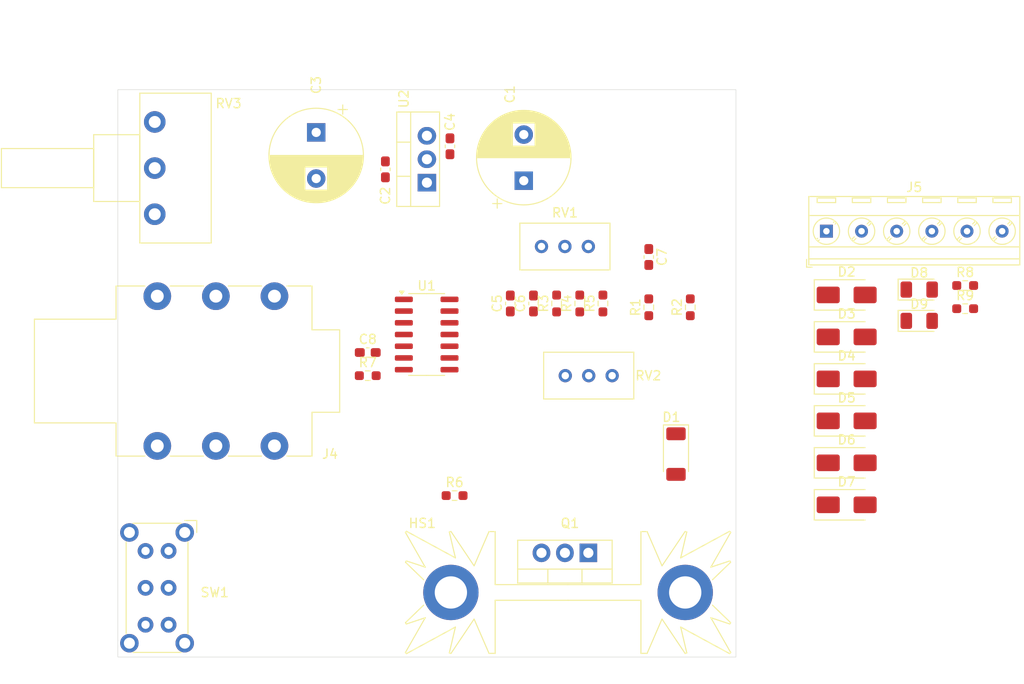
<source format=kicad_pcb>
(kicad_pcb (version 20240108) (generator "pcbnew") (generator_version "8.0")
  (layers (0 "F.Cu" signal) (31 "B.Cu" signal) (34 "B.Paste" user) (35 "F.Paste" user) (36 "B.SilkS" user "B.Silkscreen") (37 "F.SilkS" user "F.Silkscreen") (38 "B.Mask" user) (39 "F.Mask" user) (44 "Edge.Cuts" user))
  (net 0 "")
  (net 1 "/OscillatorVoltage")
  (net 2 "Net-(U1D-+)")
  (net 3 "5V")
  (net 4 "/PWM")
  (net 5 "Net-(J4-PadTN)")
  (net 6 "Net-(U1A-+)")
  (net 7 "Net-(R1-Pad2)")
  (net 8 "GND")
  (net 9 "Net-(U1C-+)")
  (net 10 "Net-(R2-Pad1)")
  (net 11 "VREF_HIGH")
  (net 12 "VREF_LOW")
  (net 15 "/Power In")
  (net 16 "Net-(Q1-G)")
  (net 19 "Net-(D1-A)")
  (net 20 "/Tip_filtered")
  (net 21 "/Ring")
  (net 22 "/Sleeve")
  (net 23 "Net-(D8-K)")
  (net 24 "Net-(D9-K)")
  (net 25 "/Tip")
  (footprint "Resistor_SMD:R_0603_1608Metric_Pad0.98x0.95mm_HandSolder" (layer "F.Cu") (at 171.05 91.0875 90)
    (property "Reference" "R2" (at 0 -1.43 270) (layer "F.SilkS"))
    (property "Value" "100K")
    (pad "1" smd roundrect (at -0.9125 0 90) (size 0.975 0.95) (layers "F.Cu" "F.Paste" "F.Mask") (net 10 "Net-(R2-Pad1)"))
    (pad "2" smd roundrect (at 0.9125 0 90) (size 0.975 0.95) (layers "F.Cu" "F.Paste" "F.Mask") (net 6 "Net-(U1A-+)"))
  )
  (footprint "Resistor_SMD:R_0603_1608Metric_Pad0.98x0.95mm_HandSolder" (layer "F.Cu") (at 159.07 90.675 90)
    (property "Reference" "R4" (at 0 -1.43 270) (layer "F.SilkS"))
    (property "Value" "1k")
    (pad "1" smd roundrect (at -0.9125 0 90) (size 0.975 0.95) (layers "F.Cu" "F.Paste" "F.Mask") (net 10 "Net-(R2-Pad1)"))
    (pad "2" smd roundrect (at 0.9125 0 90) (size 0.975 0.95) (layers "F.Cu" "F.Paste" "F.Mask") (net 3 "5V"))
  )
  (footprint "Diode_SMD:D_SOD-128" (layer "F.Cu") (at 169.5 107 -90)
    (property "Reference" "D1" (at -4 0.5 180) (layer "F.SilkS"))
    (property "Value" "RB088LAM-60TR")
    (pad "1" smd roundrect (at -2.2 0 270) (size 1.4 2.1) (layers "F.Cu" "F.Paste" "F.Mask") (roundrect_rratio 0.1785714286) (net 15 "/Power In"))
    (pad "2" smd roundrect (at 2.2 0 270) (size 1.4 2.1) (layers "F.Cu" "F.Paste" "F.Mask") (roundrect_rratio 0.1785714286) (net 19 "Net-(D1-A)"))
  )
  (footprint "Diode_SMD:D_SMA" (layer "F.Cu") (at 188 98.85)
    (property "Reference" "D4" (at 0 -2.5 0) (layer "F.SilkS"))
    (property "Value" "SK18")
    (pad "1" smd roundrect (at -2 0) (size 2.5 1.8) (layers "F.Cu" "F.Paste" "F.Mask") (roundrect_rratio 0.1388888889) (net 3 "5V"))
    (pad "2" smd roundrect (at 2 0) (size 2.5 1.8) (layers "F.Cu" "F.Paste" "F.Mask") (roundrect_rratio 0.1388888889) (net 21 "/Ring"))
  )
  (footprint "Capacitor_SMD:C_0603_1608Metric_Pad1.08x0.95mm_HandSolder" (layer "F.Cu") (at 145 73.6375 -90)
    (property "Reference" "C4" (at -2.6375 0 90) (layer "F.SilkS"))
    (property "Value" "100n")
    (pad "1" smd roundrect (at -0.8625 0 270) (size 1.075 0.95) (layers "F.Cu" "F.Paste" "F.Mask") (net 3 "5V"))
    (pad "2" smd roundrect (at 0.8625 0 270) (size 1.075 0.95) (layers "F.Cu" "F.Paste" "F.Mask") (net 8 "GND"))
  )
  (footprint "Capacitor_SMD:C_0603_1608Metric_Pad1.08x0.95mm_HandSolder" (layer "F.Cu") (at 166.55 85.6375 -90)
    (property "Reference" "C7" (at 0 -1.43 90) (layer "F.SilkS"))
    (property "Value" "100n")
    (pad "1" smd roundrect (at -0.8625 0 270) (size 1.075 0.95) (layers "F.Cu" "F.Paste" "F.Mask") (net 2 "Net-(U1D-+)"))
    (pad "2" smd roundrect (at 0.8625 0 270) (size 1.075 0.95) (layers "F.Cu" "F.Paste" "F.Mask") (net 8 "GND"))
  )
  (footprint "Potentiometer_THT:Potentiometer_Piher_T-16H_Single_Horizontal" (layer "F.Cu") (at 113 71 180)
    (property "Reference" "RV3" (at -8 2 180) (layer "F.SilkS"))
    (property "Value" "100k")
    (pad "1" thru_hole circle (at 0 0 180) (size 2.34 2.34) (drill 1.3) (layers "*.Cu" "*.Mask") (net 12 "VREF_LOW"))
    (pad "2" thru_hole circle (at 0 -5 180) (size 2.34 2.34) (drill 1.3) (layers "*.Cu" "*.Mask") (net 5 "Net-(J4-PadTN)"))
    (pad "3" thru_hole circle (at 0 -10 180) (size 2.34 2.34) (drill 1.3) (layers "*.Cu" "*.Mask") (net 11 "VREF_HIGH"))
  )
  (footprint "Resistor_SMD:R_0603_1608Metric_Pad0.98x0.95mm_HandSolder" (layer "F.Cu") (at 156.56 90.675 90)
    (property "Reference" "R3" (at 0 -1.43 270) (layer "F.SilkS"))
    (property "Value" "1K")
    (pad "1" smd roundrect (at -0.9125 0 90) (size 0.975 0.95) (layers "F.Cu" "F.Paste" "F.Mask") (net 7 "Net-(R1-Pad2)"))
    (pad "2" smd roundrect (at 0.9125 0 90) (size 0.975 0.95) (layers "F.Cu" "F.Paste" "F.Mask") (net 1 "/OscillatorVoltage"))
  )
  (footprint "Capacitor_SMD:C_0603_1608Metric_Pad1.08x0.95mm_HandSolder" (layer "F.Cu") (at 138 76.1375 90)
    (property "Reference" "C2" (at -2.8625 0 270) (layer "F.SilkS"))
    (property "Value" "100n")
    (pad "1" smd roundrect (at -0.8625 0 90) (size 1.075 0.95) (layers "F.Cu" "F.Paste" "F.Mask") (net 15 "/Power In"))
    (pad "2" smd roundrect (at 0.8625 0 90) (size 1.075 0.95) (layers "F.Cu" "F.Paste" "F.Mask") (net 8 "GND"))
  )
  (footprint "Resistor_SMD:R_0603_1608Metric_Pad0.98x0.95mm_HandSolder" (layer "F.Cu") (at 200.845 91.24)
    (property "Reference" "R9" (at 0 -1.43 0) (layer "F.SilkS"))
    (property "Value" "1k")
    (pad "1" smd roundrect (at -0.9125 0) (size 0.975 0.95) (layers "F.Cu" "F.Paste" "F.Mask") (net 8 "GND"))
    (pad "2" smd roundrect (at 0.9125 0) (size 0.975 0.95) (layers "F.Cu" "F.Paste" "F.Mask") (net 24 "Net-(D9-K)"))
  )
  (footprint "Resistor_SMD:R_0603_1608Metric_Pad0.98x0.95mm_HandSolder" (layer "F.Cu") (at 200.845 88.73)
    (property "Reference" "R8" (at 0 -1.43 0) (layer "F.SilkS"))
    (property "Value" "1k")
    (pad "1" smd roundrect (at -0.9125 0) (size 0.975 0.95) (layers "F.Cu" "F.Paste" "F.Mask") (net 8 "GND"))
    (pad "2" smd roundrect (at 0.9125 0) (size 0.975 0.95) (layers "F.Cu" "F.Paste" "F.Mask") (net 23 "Net-(D8-K)"))
  )
  (footprint "Capacitor_SMD:C_0603_1608Metric_Pad1.08x0.95mm_HandSolder" (layer "F.Cu") (at 154.05 90.675 90)
    (property "Reference" "C6" (at 0 -1.43 270) (layer "F.SilkS"))
    (property "Value" "100n")
    (pad "1" smd roundrect (at -0.8625 0 90) (size 1.075 0.95) (layers "F.Cu" "F.Paste" "F.Mask") (net 9 "Net-(U1C-+)"))
    (pad "2" smd roundrect (at 0.8625 0 90) (size 1.075 0.95) (layers "F.Cu" "F.Paste" "F.Mask") (net 8 "GND"))
  )
  (footprint "Diode_SMD:D_SMA" (layer "F.Cu") (at 188 94.3)
    (property "Reference" "D3" (at 0 -2.5 0) (layer "F.SilkS"))
    (property "Value" "SK18")
    (pad "1" smd roundrect (at -2 0) (size 2.5 1.8) (layers "F.Cu" "F.Paste" "F.Mask") (roundrect_rratio 0.1388888889) (net 3 "5V"))
    (pad "2" smd roundrect (at 2 0) (size 2.5 1.8) (layers "F.Cu" "F.Paste" "F.Mask") (roundrect_rratio 0.1388888889) (net 20 "/Tip_filtered"))
  )
  (footprint "Resistor_SMD:R_0603_1608Metric_Pad0.98x0.95mm_HandSolder" (layer "F.Cu") (at 145.5 111.5)
    (property "Reference" "R6" (at 0 -1.43 0) (layer "F.SilkS"))
    (property "Value" "100")
    (pad "1" smd roundrect (at -0.9125 0) (size 0.975 0.95) (layers "F.Cu" "F.Paste" "F.Mask") (net 4 "/PWM"))
    (pad "2" smd roundrect (at 0.9125 0) (size 0.975 0.95) (layers "F.Cu" "F.Paste" "F.Mask") (net 16 "Net-(Q1-G)"))
  )
  (footprint "TerminalBlock_MetzConnect:TerminalBlock_MetzConnect_Type086_RT03406HBLC_1x06_P3.81mm_Horizontal" (layer "F.Cu") (at 185.805 82.84)
    (property "Reference" "J5" (at 9.525 -4.76 0) (layer "F.SilkS"))
    (property "Value" "Screw_Terminal_01x06")
    (pad "1" thru_hole rect (at 0 0) (size 1.4 1.4) (drill 0.7) (layers "*.Cu" "*.Mask") (net 8 "GND"))
    (pad "2" thru_hole circle (at 3.81 0) (size 1.4 1.4) (drill 0.7) (layers "*.Cu" "*.Mask") (net 15 "/Power In"))
    (pad "3" thru_hole circle (at 7.62 0) (size 1.4 1.4) (drill 0.7) (layers "*.Cu" "*.Mask") (net 19 "Net-(D1-A)"))
    (pad "4" thru_hole circle (at 11.43 0) (size 1.4 1.4) (drill 0.7) (layers "*.Cu" "*.Mask") (net 15 "/Power In"))
    (pad "5" thru_hole circle (at 15.24 0) (size 1.4 1.4) (drill 0.7) (layers "*.Cu" "*.Mask") (net 8 "GND"))
    (pad "6" thru_hole circle (at 19.05 0) (size 1.4 1.4) (drill 0.7) (layers "*.Cu" "*.Mask") (net 4 "/PWM"))
  )
  (footprint "Potentiometer_THT:Potentiometer_Bourns_3296W_Vertical" (layer "F.Cu") (at 157.5 98.5 180)
    (property "Reference" "RV2" (at -9 0 180) (layer "F.SilkS"))
    (property "Value" "100k")
    (pad "1" thru_hole circle (at 0 0 180) (size 1.44 1.44) (drill 0.8) (layers "*.Cu" "*.Mask") (net 3 "5V"))
    (pad "2" thru_hole circle (at -2.54 0 180) (size 1.44 1.44) (drill 0.8) (layers "*.Cu" "*.Mask") (net 2 "Net-(U1D-+)"))
    (pad "3" thru_hole circle (at -5.08 0 180) (size 1.44 1.44) (drill 0.8) (layers "*.Cu" "*.Mask") (net 8 "GND"))
  )
  (footprint "Heatsink:Heatsink_Fischer_SK104-STCB_35x13mm__2xDrill3.5mm_ScrewM3" (layer "F.Cu") (at 157.8 122)
    (property "Reference" "HS1" (at -15.8 -7.5 0) (layer "F.SilkS"))
    (property "Value" "Heatsink")
    (pad "1" thru_hole circle (at -12.7 0 180) (size 6 6) (drill 3.5) (layers "*.Cu" "*.Mask"))
    (pad "1" thru_hole circle (at 12.7 0) (size 6 6) (drill 3.5) (layers "*.Cu" "*.Mask"))
  )
  (footprint "Package_SO:SOIC-14_3.9x8.7mm_P1.27mm" (layer "F.Cu") (at 142.475 94.04)
    (property "Reference" "U1" (at 0 -5.28 0) (layer "F.SilkS"))
    (property "Value" "TLV2374")
    (pad "1" smd roundrect (at -2.475 -3.81) (size 1.95 0.6) (layers "F.Cu" "F.Paste" "F.Mask") (net 7 "Net-(R1-Pad2)"))
    (pad "2" smd roundrect (at -2.475 -2.54) (size 1.95 0.6) (layers "F.Cu" "F.Paste" "F.Mask") (net 1 "/OscillatorVoltage"))
    (pad "3" smd roundrect (at -2.475 -1.27) (size 1.95 0.6) (layers "F.Cu" "F.Paste" "F.Mask") (net 6 "Net-(U1A-+)"))
    (pad "4" smd roundrect (at -2.475 0) (size 1.95 0.6) (layers "F.Cu" "F.Paste" "F.Mask") (net 3 "5V"))
    (pad "5" smd roundrect (at -2.475 1.27) (size 1.95 0.6) (layers "F.Cu" "F.Paste" "F.Mask") (net 20 "/Tip_filtered"))
    (pad "6" smd roundrect (at -2.475 2.54) (size 1.95 0.6) (layers "F.Cu" "F.Paste" "F.Mask") (net 1 "/OscillatorVoltage"))
    (pad "7" smd roundrect (at -2.475 3.81) (size 1.95 0.6) (layers "F.Cu" "F.Paste" "F.Mask") (net 4 "/PWM"))
    (pad "8" smd roundrect (at 2.475 3.81) (size 1.95 0.6) (layers "F.Cu" "F.Paste" "F.Mask") (net 12 "VREF_LOW"))
    (pad "9" smd roundrect (at 2.475 2.54) (size 1.95 0.6) (layers "F.Cu" "F.Paste" "F.Mask") (net 12 "VREF_LOW"))
    (pad "10" smd roundrect (at 2.475 1.27) (size 1.95 0.6) (layers "F.Cu" "F.Paste" "F.Mask") (net 9 "Net-(U1C-+)"))
    (pad "11" smd roundrect (at 2.475 0) (size 1.95 0.6) (layers "F.Cu" "F.Paste" "F.Mask") (net 8 "GND"))
    (pad "12" smd roundrect (at 2.475 -1.27) (size 1.95 0.6) (layers "F.Cu" "F.Paste" "F.Mask") (net 2 "Net-(U1D-+)"))
    (pad "13" smd roundrect (at 2.475 -2.54) (size 1.95 0.6) (layers "F.Cu" "F.Paste" "F.Mask") (net 11 "VREF_HIGH"))
    (pad "14" smd roundrect (at 2.475 -3.81) (size 1.95 0.6) (layers "F.Cu" "F.Paste" "F.Mask") (net 11 "VREF_HIGH"))
  )
  (footprint "LED_SMD:LED_1206_3216Metric" (layer "F.Cu") (at 195.865 92.56)
    (property "Reference" "D9" (at 0 -1.82 0) (layer "F.SilkS"))
    (property "Value" "LED")
    (pad "1" smd roundrect (at -1.4 0) (size 1.25 1.75) (layers "F.Cu" "F.Paste" "F.Mask") (roundrect_rratio 0.2) (net 24 "Net-(D9-K)"))
    (pad "2" smd roundrect (at 1.4 0) (size 1.25 1.75) (layers "F.Cu" "F.Paste" "F.Mask") (roundrect_rratio 0.2) (net 4 "/PWM"))
  )
  (footprint "Connector_Audio:Jack_6.35mm_Neutrik_NMJ6HHD2_Horizontal" (layer "F.Cu") (at 125.975 106.115 180)
    (property "Reference" "J4" (at -6.025 -0.885 180) (layer "F.SilkS"))
    (property "Value" "NMJ6HHD2")
    (pad "R" thru_hole circle (at 6.35 0 180) (size 3 3) (drill 1.4) (layers "*.Cu" "*.Mask") (net 21 "/Ring"))
    (pad "RN" thru_hole circle (at 6.35 16.23 180) (size 3 3) (drill 1.4) (layers "*.Cu" "*.Mask"))
    (pad "S" thru_hole circle (at 12.7 0 180) (size 3 3) (drill 1.4) (layers "*.Cu" "*.Mask") (net 22 "/Sleeve"))
    (pad "SN" thru_hole circle (at 12.7 16.23 180) (size 3 3) (drill 1.4) (layers "*.Cu" "*.Mask"))
    (pad "T" thru_hole circle (at 0 0 180) (size 3 3) (drill 1.4) (layers "*.Cu" "*.Mask") (net 25 "/Tip"))
    (pad "TN" thru_hole circle (at 0 16.23 180) (size 3 3) (drill 1.4) (layers "*.Cu" "*.Mask") (net 5 "Net-(J4-PadTN)"))
  )
  (footprint "Capacitor_SMD:C_0603_1608Metric_Pad1.08x0.95mm_HandSolder" (layer "F.Cu") (at 136.0875 95.99)
    (property "Reference" "C8" (at 0 -1.43 0) (layer "F.SilkS"))
    (property "Value" "100n")
    (pad "1" smd roundrect (at -0.8625 0) (size 1.075 0.95) (layers "F.Cu" "F.Paste" "F.Mask") (net 20 "/Tip_filtered"))
    (pad "2" smd roundrect (at 0.8625 0) (size 1.075 0.95) (layers "F.Cu" "F.Paste" "F.Mask") (net 8 "GND"))
  )
  (footprint "Resistor_SMD:R_0603_1608Metric_Pad0.98x0.95mm_HandSolder" (layer "F.Cu") (at 161.58 90.675 90)
    (property "Reference" "R5" (at 0 -1.43 270) (layer "F.SilkS"))
    (property "Value" "1k")
    (pad "1" smd roundrect (at -0.9125 0 90) (size 0.975 0.95) (layers "F.Cu" "F.Paste" "F.Mask") (net 8 "GND"))
    (pad "2" smd roundrect (at 0.9125 0 90) (size 0.975 0.95) (layers "F.Cu" "F.Paste" "F.Mask") (net 10 "Net-(R2-Pad1)"))
  )
  (footprint "Diode_SMD:D_SMA" (layer "F.Cu") (at 188 89.75)
    (property "Reference" "D2" (at 0 -2.5 0) (layer "F.SilkS"))
    (property "Value" "SK18")
    (pad "1" smd roundrect (at -2 0) (size 2.5 1.8) (layers "F.Cu" "F.Paste" "F.Mask") (roundrect_rratio 0.1388888889) (net 20 "/Tip_filtered"))
    (pad "2" smd roundrect (at 2 0) (size 2.5 1.8) (layers "F.Cu" "F.Paste" "F.Mask") (roundrect_rratio 0.1388888889) (net 8 "GND"))
  )
  (footprint "Package_TO_SOT_THT:TO-220-3_Vertical" (layer "F.Cu") (at 160 117.71 180)
    (property "Reference" "Q1" (at 2 3.21 180) (layer "F.SilkS"))
    (property "Value" "STP100N8F6")
    (pad "1" thru_hole rect (at 0 0 180) (size 1.905 2) (drill 1.1) (layers "*.Cu" "*.Mask") (net 16 "Net-(Q1-G)"))
    (pad "2" thru_hole oval (at 2.54 0 180) (size 1.905 2) (drill 1.1) (layers "*.Cu" "*.Mask") (net 19 "Net-(D1-A)"))
    (pad "3" thru_hole oval (at 5.08 0 180) (size 1.905 2) (drill 1.1) (layers "*.Cu" "*.Mask") (net 8 "GND"))
  )
  (footprint "Resistor_SMD:R_0603_1608Metric_Pad0.98x0.95mm_HandSolder" (layer "F.Cu") (at 136.0875 98.5)
    (property "Reference" "R7" (at 0 -1.43 0) (layer "F.SilkS"))
    (property "Value" "1K")
    (pad "1" smd roundrect (at -0.9125 0) (size 0.975 0.95) (layers "F.Cu" "F.Paste" "F.Mask") (net 20 "/Tip_filtered"))
    (pad "2" smd roundrect (at 0.9125 0) (size 0.975 0.95) (layers "F.Cu" "F.Paste" "F.Mask") (net 25 "/Tip"))
  )
  (footprint "Capacitor_SMD:C_0603_1608Metric_Pad1.08x0.95mm_HandSolder" (layer "F.Cu") (at 151.54 90.675 90)
    (property "Reference" "C5" (at 0 -1.43 270) (layer "F.SilkS"))
    (property "Value" "10n")
    (pad "1" smd roundrect (at -0.8625 0 90) (size 1.075 0.95) (layers "F.Cu" "F.Paste" "F.Mask") (net 1 "/OscillatorVoltage"))
    (pad "2" smd roundrect (at 0.8625 0 90) (size 1.075 0.95) (layers "F.Cu" "F.Paste" "F.Mask") (net 8 "GND"))
  )
  (footprint "Diode_SMD:D_SMA" (layer "F.Cu") (at 188 112.5)
    (property "Reference" "D7" (at 0 -2.5 0) (layer "F.SilkS"))
    (property "Value" "SK18")
    (pad "1" smd roundrect (at -2 0) (size 2.5 1.8) (layers "F.Cu" "F.Paste" "F.Mask") (roundrect_rratio 0.1388888889) (net 22 "/Sleeve"))
    (pad "2" smd roundrect (at 2 0) (size 2.5 1.8) (layers "F.Cu" "F.Paste" "F.Mask") (roundrect_rratio 0.1388888889) (net 8 "GND"))
  )
  (footprint "Capacitor_THT:CP_Radial_D10.0mm_P5.00mm" (layer "F.Cu") (at 153 77.367677 90)
    (property "Reference" "C1" (at 9.367677 -1.5 270) (layer "F.SilkS"))
    (property "Value" "10u")
    (pad "1" thru_hole rect (at 0 0 90) (size 2 2) (drill 1) (layers "*.Cu" "*.Mask") (net 15 "/Power In"))
    (pad "2" thru_hole circle (at 5 0 90) (size 2 2) (drill 1) (layers "*.Cu" "*.Mask") (net 8 "GND"))
  )
  (footprint "Button_Switch_THT:SW_E-Switch_EG2219_DPDT_Angled" (layer "F.Cu") (at 114.5 117.5 -90)
    (property "Reference" "SW1" (at 4.5 -5 180) (layer "F.SilkS"))
    (property "Value" "SW_Push_DPDT")
    (pad "" thru_hole circle (at -2 -1.75 270) (size 2 2) (drill 1.2) (layers "*.Cu" "*.Mask"))
    (pad "" thru_hole circle (at -2 4.25 270) (size 2 2) (drill 1.2) (layers "*.Cu" "*.Mask"))
    (pad "" thru_hole circle (at 10 -1.75 270) (size 2 2) (drill 1.2) (layers "*.Cu" "*.Mask"))
    (pad "" thru_hole circle (at 10 4.25 270) (size 2 2) (drill 1.2) (layers "*.Cu" "*.Mask"))
    (pad "1" thru_hole circle (at 0 0 270) (size 1.7 1.7) (drill 0.9) (layers "*.Cu" "*.Mask") (net 12 "VREF_LOW"))
    (pad "2" thru_hole circle (at 4 0 270) (size 1.7 1.7) (drill 0.9) (layers "*.Cu" "*.Mask") (net 22 "/Sleeve"))
    (pad "3" thru_hole circle (at 8 0 270) (size 1.7 1.7) (drill 0.9) (layers "*.Cu" "*.Mask") (net 11 "VREF_HIGH"))
    (pad "4" thru_hole circle (at 0 2.5 270) (size 1.7 1.7) (drill 0.9) (layers "*.Cu" "*.Mask") (net 11 "VREF_HIGH"))
    (pad "5" thru_hole circle (at 4 2.5 270) (size 1.7 1.7) (drill 0.9) (layers "*.Cu" "*.Mask") (net 21 "/Ring"))
    (pad "6" thru_hole circle (at 8 2.5 270) (size 1.7 1.7) (drill 0.9) (layers "*.Cu" "*.Mask") (net 12 "VREF_LOW"))
  )
  (footprint "Package_TO_SOT_THT:TO-220-3_Vertical" (layer "F.Cu") (at 142.5 77.58 90)
    (property "Reference" "U2" (at 9.08 -2.5 270) (layer "F.SilkS"))
    (property "Value" "LM7805_TO220")
    (pad "1" thru_hole rect (at 0 0 90) (size 1.905 2) (drill 1.1) (layers "*.Cu" "*.Mask") (net 15 "/Power In"))
    (pad "2" thru_hole oval (at 2.54 0 90) (size 1.905 2) (drill 1.1) (layers "*.Cu" "*.Mask") (net 8 "GND"))
    (pad "3" thru_hole oval (at 5.08 0 90) (size 1.905 2) (drill 1.1) (layers "*.Cu" "*.Mask") (net 3 "5V"))
  )
  (footprint "Diode_SMD:D_SMA" (layer "F.Cu") (at 188 103.4)
    (property "Reference" "D5" (at 0 -2.5 0) (layer "F.SilkS"))
    (property "Value" "SK18")
    (pad "1" smd roundrect (at -2 0) (size 2.5 1.8) (layers "F.Cu" "F.Paste" "F.Mask") (roundrect_rratio 0.1388888889) (net 21 "/Ring"))
    (pad "2" smd roundrect (at 2 0) (size 2.5 1.8) (layers "F.Cu" "F.Paste" "F.Mask") (roundrect_rratio 0.1388888889) (net 8 "GND"))
  )
  (footprint "Potentiometer_THT:Potentiometer_Bourns_3296W_Vertical" (layer "F.Cu") (at 160 84.5)
    (property "Reference" "RV1" (at -2.54 -3.66 0) (layer "F.SilkS"))
    (property "Value" "100k")
    (pad "1" thru_hole circle (at 0 0) (size 1.44 1.44) (drill 0.8) (layers "*.Cu" "*.Mask") (net 3 "5V"))
    (pad "2" thru_hole circle (at -2.54 0) (size 1.44 1.44) (drill 0.8) (layers "*.Cu" "*.Mask") (net 9 "Net-(U1C-+)"))
    (pad "3" thru_hole circle (at -5.08 0) (size 1.44 1.44) (drill 0.8) (layers "*.Cu" "*.Mask") (net 8 "GND"))
  )
  (footprint "LED_SMD:LED_1206_3216Metric" (layer "F.Cu") (at 195.865 89.17)
    (property "Reference" "D8" (at 0 -1.82 0) (layer "F.SilkS"))
    (property "Value" "LED")
    (pad "1" smd roundrect (at -1.4 0) (size 1.25 1.75) (layers "F.Cu" "F.Paste" "F.Mask") (roundrect_rratio 0.2) (net 23 "Net-(D8-K)"))
    (pad "2" smd roundrect (at 1.4 0) (size 1.25 1.75) (layers "F.Cu" "F.Paste" "F.Mask") (roundrect_rratio 0.2) (net 3 "5V"))
  )
  (footprint "Diode_SMD:D_SMA" (layer "F.Cu") (at 188 107.95)
    (property "Reference" "D6" (at 0 -2.5 0) (layer "F.SilkS"))
    (property "Value" "SK18")
    (pad "1" smd roundrect (at -2 0) (size 2.5 1.8) (layers "F.Cu" "F.Paste" "F.Mask") (roundrect_rratio 0.1388888889) (net 3 "5V"))
    (pad "2" smd roundrect (at 2 0) (size 2.5 1.8) (layers "F.Cu" "F.Paste" "F.Mask") (roundrect_rratio 0.1388888889) (net 22 "/Sleeve"))
  )
  (footprint "Resistor_SMD:R_0603_1608Metric_Pad0.98x0.95mm_HandSolder" (layer "F.Cu") (at 166.55 91.0875 90)
    (property "Reference" "R1" (at 0 -1.43 270) (layer "F.SilkS"))
    (property "Value" "100K")
    (pad "1" smd roundrect (at -0.9125 0 90) (size 0.975 0.95) (layers "F.Cu" "F.Paste" "F.Mask") (net 6 "Net-(U1A-+)"))
    (pad "2" smd roundrect (at 0.9125 0 90) (size 0.975 0.95) (layers "F.Cu" "F.Paste" "F.Mask") (net 7 "Net-(R1-Pad2)"))
  )
  (footprint "Capacitor_THT:CP_Radial_D10.0mm_P5.00mm" (layer "F.Cu") (at 130.5 72.132323 -90)
    (property "Reference" "C3" (at -5.132323 0 90) (layer "F.SilkS"))
    (property "Value" "10u")
    (pad "1" thru_hole rect (at 0 0 270) (size 2 2) (drill 1) (layers "*.Cu" "*.Mask") (net 3 "5V"))
    (pad "2" thru_hole circle (at 5 0 270) (size 2 2) (drill 1) (layers "*.Cu" "*.Mask") (net 8 "GND"))
  )
  (gr_rect (start 109 67.5) (end 176 129) (stroke (width 0.05)) (fill none) (layer "Edge.Cuts"))
)
</source>
